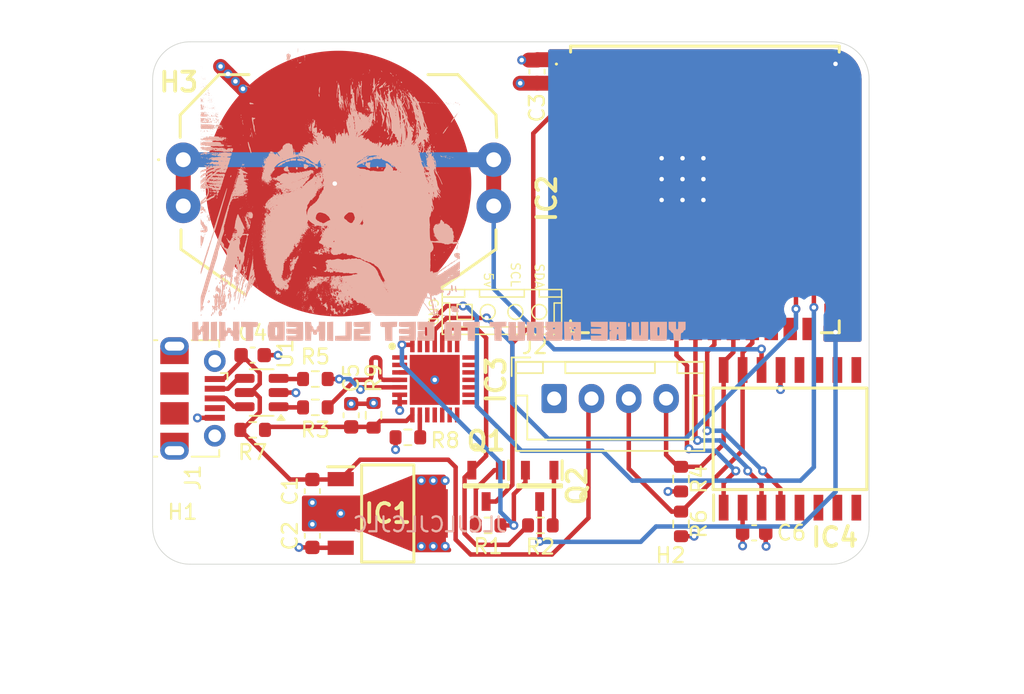
<source format=kicad_pcb>
(kicad_pcb (version 20241229) (generator "pcbnew") (generator_version "9.0")
  (layers (0 "F.Cu" signal) (4 "In1.Cu" signal) (6 "In2.Cu" signal) (2 "B.Cu" signal) (13 "F.Paste" user) (15 "B.Paste" user) (5 "F.SilkS" user "F.Silkscreen") (7 "B.SilkS" user "B.Silkscreen") (1 "F.Mask" user) (3 "B.Mask" user) (25 "Edge.Cuts" user))
  (net 0 "")
  (net 1 "VBUS")
  (net 2 "GND")
  (net 3 "+3.3V")
  (net 4 "Net-(IC3-VBUS)")
  (net 13 "/U0TXD")
  (net 17 "/32KHz")
  (net 21 "/U0RXD")
  (net 22 "/I2C1_SCL")
  (net 23 "/I2C1_SDA")
  (net 27 "/RST")
  (net 28 "/CHIP_PU")
  (net 36 "/INT")
  (net 41 "/PROG_D+")
  (net 44 "Net-(IC3-RTS)")
  (net 50 "Net-(IC3-DTR)")
  (net 57 "/PROG_D-")
  (net 58 "/RSTB")
  (net 77 "Net-(Q1-B)")
  (net 79 "/USB_D-")
  (net 80 "/USB_D+")
  (net 83 "Net-(Q2-B)")
  (net 84 "/BOOT")
  (net 85 "Net-(R3-Pad1)")
  (net 86 "Net-(R5-Pad2)")
  (net 87 "Net-(H3-+)")
  (footprint "SDM_MiscFootprint:ESP32S3WROOM1UN8R8" (layer "F.Cu") (at 137 109.89)
    (property "Reference" "IC2")
    (property "Value" "ESP32-S3-WROOM-1U-N8R8" (hide yes))
  )
  (footprint "Capacitor_SMD:C_0603_1608Metric" (layer "F.Cu") (at 106.7 120.993839 180)
    (property "Reference" "C4")
    (property "Value" "100nF")
  )
  (footprint "Package_TO_SOT_SMD:SOT-23-6" (layer "F.Cu") (at 107.3 123.5 180)
    (property "Reference" "U1")
    (property "Value" "USBLC6-2SC6")
  )
  (footprint "Resistor_SMD:R_0603_1608Metric" (layer "F.Cu") (at 135.4 129.3 -90)
    (property "Reference" "R4")
    (property "Value" "10k")
  )
  (footprint "Capacitor_SMD:C_0603_1608Metric" (layer "F.Cu") (at 113.3 125.025 90)
    (property "Reference" "C5")
    (property "Value" "1uF")
  )
  (footprint "Resistor_SMD:R_0603_1608Metric" (layer "F.Cu") (at 106.7 126 180)
    (property "Reference" "R7")
    (property "Value" "22.1K")
  )
  (footprint "Connector_USB:USB_Micro-B_Molex-105017-0001" (layer "F.Cu") (at 102.7 123.893839 -90)
    (property "Reference" "J1")
    (property "Value" "ESP_USB")
  )
  (footprint "Resistor_SMD:R_0603_1608Metric" (layer "F.Cu") (at 110.9 124.493839)
    (property "Reference" "R3")
    (property "Value" "27")
  )
  (footprint "Resistor_SMD:R_0603_1608Metric" (layer "F.Cu") (at 122.475 132.4)
    (property "Reference" "R1")
    (property "Value" "10k")
  )
  (footprint "Capacitor_SMD:C_0603_1608Metric" (layer "F.Cu") (at 110.7 130.1 90)
    (property "Reference" "C1")
    (property "Value" "10uF")
  )
  (footprint "SDM_MiscFootprint:SOT96P237X111-3N" (layer "F.Cu") (at 122.34 129.75 -90)
    (property "Reference" "Q1")
    (property "Value" "MMBT2222LT1G" (hide yes))
  )
  (footprint "Capacitor_SMD:C_0603_1608Metric" (layer "F.Cu") (at 125.75 102 -90)
    (property "Reference" "C3")
    (property "Value" "100nF")
  )
  (footprint "Resistor_SMD:R_0603_1608Metric" (layer "F.Cu") (at 135.4 132.3 90)
    (property "Reference" "R6")
    (property "Value" "10k")
  )
  (footprint "MountingHole:MountingHole_3.2mm_M3" (layer "F.Cu") (at 106.4 131.5)
    (property "Reference" "H1")
    (property "Value" "M3")
  )
  (footprint "Resistor_SMD:R_0603_1608Metric" (layer "F.Cu") (at 114.8 125.025 90)
    (property "Reference" "R9")
    (property "Value" "47.5K")
  )
  (footprint "Resistor_SMD:R_0603_1608Metric" (layer "F.Cu") (at 125.975 132.4 180)
    (property "Reference" "R2")
    (property "Value" "10k")
  )
  (footprint "Resistor_SMD:R_0603_1608Metric" (layer "F.Cu") (at 110.9 122.593839 180)
    (property "Reference" "R5")
    (property "Value" "27")
  )
  (footprint "SDM_MiscFootprint:SOT230P700X180-4N" (layer "F.Cu") (at 115.75 131.6)
    (property "Reference" "IC1")
    (property "Value" "MIC37100-3.3WS" (hide yes))
  )
  (footprint "SDM_MiscFootprint:SOIC127P1032X265-16L" (layer "F.Cu") (at 142.7 126.6 90)
    (property "Reference" "IC4")
    (property "Value" "DS3231SN#" (hide yes))
  )
  (footprint "Resistor_SMD:R_0603_1608Metric" (layer "F.Cu") (at 117.1 126.5 180)
    (property "Reference" "R8")
    (property "Value" "1k")
  )
  (footprint "Connector_JST:JST_XH_B4B-XH-A_1x04_P2.50mm_Vertical" (layer "F.Cu") (at 126.9 123.9)
    (property "Reference" "J2")
    (property "Value" "Conn_01x04_Socket")
  )
  (footprint "Capacitor_SMD:C_0603_1608Metric" (layer "F.Cu") (at 140.3 132.9 180)
    (property "Reference" "C6")
    (property "Value" "1uF")
  )
  (footprint "SDM_MiscFootprint:SOT96P237X111-3N" (layer "F.Cu") (at 125.93 129.75 -90)
    (property "Reference" "Q2")
    (property "Value" "MMBT2222LT1G" (hide yes))
  )
  (footprint "Capacitor_SMD:C_0603_1608Metric" (layer "F.Cu") (at 110.7 133.1 -90)
    (property "Reference" "C2")
    (property "Value" "10uF")
  )
  (footprint "SDM_MiscFootprint:QFN50P500X500X80-29N-D" (layer "F.Cu") (at 118.9 122.65)
    (property "Reference" "IC3")
    (property "Value" "CP2102N-A02-GQFN28" (hide yes))
  )
  (footprint "SDM_MiscFootprint:BATHLD001THM" (layer "F.Cu") (at 102.05 107.9)
    (property "Reference" "H3")
    (property "Value" "BAT-HLD-001-THM" (hide yes))
  )
  (footprint "MountingHole:MountingHole_3.2mm_M3" (layer "F.Cu") (at 131.2 131.5)
    (property "Reference" "H2")
    (property "Value" "M3")
  )
  (footprint "LOGO" (layer "B.Cu") (at 119.2 119.4 180)
    (property "Reference" "G***" (hide yes))
    (property "Value" "LOGO" (hide yes))
  )
  (footprint "LOGO" (layer "B.Cu") (at 111.9 109.4 180)
    (property "Reference" "G***" (hide yes))
    (property "Value" "LOGO" (hide yes))
  )
  (gr_circle (center 122.45 118.1) (end 122.45 118.6) (stroke (width 0.1)) (fill no) (layer "F.SilkS"))
  (gr_line (start 127.4 117.1) (end 125.9 117.1) (stroke (width 0.1)) (layer "F.SilkS"))
  (gr_line (start 119.9 119.1) (end 119.9 117.5) (stroke (width 0.1)) (layer "F.SilkS"))
  (gr_circle (center 124.3 118.1) (end 124.3 118.6) (stroke (width 0.1)) (fill no) (layer "F.SilkS"))
  (gr_line (start 126.9 117.5) (end 126.9 119.1) (stroke (width 0.1)) (layer "F.SilkS"))
  (gr_line (start 121.9 117.1) (end 124.9 117.1) (stroke (width 0.1)) (layer "F.SilkS"))
  (gr_line (start 124.9 116.6) (end 124.9 117.1) (stroke (width 0.1)) (layer "F.SilkS"))
  (gr_line (start 127.4 116.6) (end 127.4 119.6) (stroke (width 0.1)) (layer "F.SilkS"))
  (gr_line (start 119.4 117.1) (end 120.9 117.1) (stroke (width 0.1)) (layer "F.SilkS"))
  (gr_rect (start 120.4 117.6) (end 121.4 118.6) (stroke (width 0.1)) (fill no) (layer "F.SilkS"))
  (gr_line (start 120.9 117.1) (end 120.9 116.6) (stroke (width 0.1)) (layer "F.SilkS"))
  (gr_circle (center 125.9 118.1) (end 125.9 118.6) (stroke (width 0.1)) (fill no) (layer "F.SilkS"))
  (gr_line (start 120.4 119.1) (end 119.9 119.1) (stroke (width 0.1)) (layer "F.SilkS"))
  (gr_line (start 127.4 119.6) (end 119.4 119.6) (stroke (width 0.1)) (layer "F.SilkS"))
  (gr_line (start 125.9 117.1) (end 125.9 116.6) (stroke (width 0.1)) (layer "F.SilkS"))
  (gr_line (start 121.9 116.6) (end 121.9 117.1) (stroke (width 0.1)) (layer "F.SilkS"))
  (gr_line (start 126.9 119.1) (end 120.4 119.1) (stroke (width 0.1)) (layer "F.SilkS"))
  (gr_line (start 119.4 119.6) (end 119.4 116.6) (stroke (width 0.1)) (layer "F.SilkS"))
  (gr_line (start 127.4 117.5) (end 126.9 117.5) (stroke (width 0.1)) (layer "F.SilkS"))
  (gr_line (start 119.9 117.5) (end 119.4 117.5) (stroke (width 0.1)) (layer "F.SilkS"))
  (gr_line (start 119.4 116.6) (end 127.4 116.6) (stroke (width 0.1)) (layer "F.SilkS"))
  (gr_line (start 145.5 135) (end 102.5 135) (stroke (width 0.05)) (layer "Edge.Cuts"))
  (gr_arc (start 148 132.5) (mid 147.267767 134.267767) (end 145.5 135) (stroke (width 0.05)) (layer "Edge.Cuts"))
  (gr_line (start 100 132.5) (end 100 102.5) (stroke (width 0.05)) (layer "Edge.Cuts"))
  (gr_line (start 148 102.5) (end 148 132.5) (stroke (width 0.05)) (layer "Edge.Cuts"))
  (gr_arc (start 100 102.5) (mid 100.732233 100.732233) (end 102.5 100) (stroke (width 0.05)) (layer "Edge.Cuts"))
  (gr_line (start 102.5 100) (end 145.5 100) (stroke (width 0.05)) (layer "Edge.Cuts"))
  (gr_arc (start 145.5 100) (mid 147.267767 100.732233) (end 148 102.5) (stroke (width 0.05)) (layer "Edge.Cuts"))
  (gr_arc (start 102.5 135) (mid 100.732233 134.267767) (end 100 132.5) (stroke (width 0.05)) (layer "Edge.Cuts"))
  (gr_text "SCL" (at 124.3 115.6 270) (layer "F.SilkS") (effects (font (size 0.6 0.6) (thickness 0.08))))
  (gr_text "GND" (at 118.8 118.1 270) (layer "F.SilkS") (effects (font (size 0.6 0.6) (thickness 0.08))))
  (gr_text "5v" (at 122.5 115.4 270) (layer "F.SilkS") (effects (font (size 0.6 0.6) (thickness 0.08)) (justify left)))
  (gr_text "SDA" (at 125.9 114.8 270) (layer "F.SilkS") (effects (font (size 0.6 0.6) (thickness 0.08)) (justify left)))
  (gr_text "JLCJLCJLCJLC" (at 123.8 132.9225 -0) (layer "B.SilkS") (effects (font (size 1 1)) (justify left bottom mirror)))
  (segment (start 112.575 129.325) (end 112.6 129.3) (width 0.3) (layer "F.Cu") (net 1))
  (segment (start 120.3 133.349) (end 121.3 134.349) (width 0.3) (layer "F.Cu") (net 1))
  (segment (start 107.176 122.911678) (end 107.176 122.188322) (width 0.3) (layer "F.Cu") (net 1))
  (segment (start 105.925 121.412322) (end 104.743483 122.593839) (width 0.3) (layer "F.Cu") (net 1))
  (segment (start 105.981517 120.993839) (end 105.925 120.993839) (width 0.3) (layer "F.Cu") (net 1))
  (segment (start 109.2 129.325) (end 110.7 129.325) (width 0.3) (layer "F.Cu") (net 1))
  (segment (start 106.824999 123.5) (end 106.1625 123.5) (width 0.3) (layer "F.Cu") (net 1))
  (segment (start 107.176 122.188322) (end 105.981517 120.993839) (width 0.3) (layer "F.Cu") (net 1))
  (segment (start 120.3 128.5) (end 120.3 133.349) (width 0.3) (layer "F.Cu") (net 1))
  (segment (start 129.199 131.901) (end 129.199 124.101) (width 0.3) (layer "F.Cu") (net 1))
  (segment (start 105.987678 126) (end 107.176 124.811678) (width 0.3) (layer "F.Cu") (net 1))
  (segment (start 105.875 126) (end 109.2 129.325) (width 0.3) (layer "F.Cu") (net 1))
  (segment (start 105.925 121.093839) (end 105.987678 121.093839) (width 0.3) (layer "F.Cu") (net 1))
  (segment (start 106.1625 123.5) (end 106.587678 123.5) (width 0.3) (layer "F.Cu") (net 1))
  (segment (start 104.743483 122.593839) (end 104.1625 122.593839) (width 0.3) (layer "F.Cu") (net 1))
  (segment (start 105.925 121.093839) (end 105.925 121.306339) (width 0.3) (layer "F.Cu") (net 1))
  (segment (start 121.3 134.349) (end 126.751 134.349) (width 0.3) (layer "F.Cu") (net 1))
  (segment (start 107.176 124.811678) (end 107.176 123.851001) (width 0.3) (layer "F.Cu") (net 1))
  (segment (start 105.925 120.993839) (end 105.925 121.412322) (width 0.3) (layer "F.Cu") (net 1))
  (segment (start 119.8 128) (end 120.3 128.5) (width 0.3) (layer "F.Cu") (net 1))
  (segment (start 113.9 128) (end 119.8 128) (width 0.3) (layer "F.Cu") (net 1))
  (segment (start 110.7 129.325) (end 112.575 129.325) (width 0.3) (layer "F.Cu") (net 1))
  (segment (start 126.751 134.349) (end 129.199 131.901) (width 0.3) (layer "F.Cu") (net 1))
  (segment (start 107.176 123.851001) (end 106.824999 123.5) (width 0.3) (layer "F.Cu") (net 1))
  (segment (start 129.199 124.101) (end 129.4 123.9) (width 0.3) (layer "F.Cu") (net 1))
  (segment (start 112.6 129.3) (end 113.9 128) (width 0.3) (layer "F.Cu") (net 1))
  (segment (start 106.587678 123.5) (end 107.176 122.911678) (width 0.3) (layer "F.Cu") (net 1))
  (segment (start 105.875 126) (end 105.987678 126) (width 0.3) (layer "F.Cu") (net 1))
  (segment (start 134.1 109.2) (end 134.1 107.8) (width 1) (layer "F.Cu") (net 2))
  (segment (start 106.05 103.15) (end 105.55 102.65) (width 1) (layer "F.Cu") (net 2))
  (segment (start 125.75 101.225) (end 125.2 101.225) (width 1) (layer "F.Cu") (net 2))
  (segment (start 125.775 101.2) (end 127.97 101.2) (width 1) (layer "F.Cu") (net 2))
  (segment (start 114.75 124.25) (end 114.8 124.2) (width 0.3) (layer "F.Cu") (net 2))
  (segment (start 134.1 109.2) (end 135.5 109.2) (width 1) (layer "F.Cu") (net 2))
  (segment (start 113.3 124.25) (end 114.75 124.25) (width 0.3) (layer "F.Cu") (net 2))
  (segment (start 134.1 107.8) (end 135.5 107.8) (width 1) (layer "F.Cu") (net 2))
  (segment (start 105.55 102.65) (end 105.05 102.15) (width 1) (layer "F.Cu") (net 2))
  (segment (start 127.97 101.2) (end 128.25 101.48) (width 1) (layer "F.Cu") (net 2))
  (segment (start 116.55 122.15) (end 118.4 122.15) (width 0.3) (layer "F.Cu") (net 2))
  (segment (start 108.4375 123.5) (end 109.579668 123.5) (width 0.3) (layer "F.Cu") (net 2))
  (segment (start 141.075 132.9) (end 141.075 133.775) (width 0.3) (layer "F.Cu") (net 2))
  (segment (start 136.9 110.6) (end 135.5 110.6) (width 1) (layer "F.Cu") (net 2))
  (segment (start 106.05 103.15) (end 112.4 109.5) (width 1) (layer "F.Cu") (net 2))
  (segment (start 141.075 133.775) (end 141.1 133.8) (width 0.3) (layer "F.Cu") (net 2))
  (segment (start 135.5 107.8) (end 136.9 107.8) (width 1) (layer "F.Cu") (net 2))
  (segment (start 110.7 130.875) (end 111.875 130.875) (width 0.3) (layer "F.Cu") (net 2))
  (segment (start 104.1625 125.193839) (end 103.006161 125.193839) (width 0.3) (layer "F.Cu") (net 2))
  (segment (start 110.7 132.325) (end 110.7 130.875) (width 0.3) (layer "F.Cu") (net 2))
  (segment (start 103.006161 125.193839) (end 103 125.2) (width 0.3) (layer "F.Cu") (net 2))
  (segment (start 104.55 101.65) (end 105.05 102.15) (width 1) (layer "F.Cu") (net 2))
  (segment (start 109.579668 123.5) (end 109.59374 123.514072) (width 0.3) (layer "F.Cu") (net 2))
  (segment (start 118.4 122.15) (end 118.9 122.65) (width 0.3) (layer "F.Cu") (net 2))
  (segment (start 135.5 109.2) (end 135.5 110.6) (width 1) (layer "F.Cu") (net 2))
  (segment (start 107.475 120.993839) (end 108.393839 120.993839) (width 0.3) (layer "F.Cu") (net 2))
  (segment (start 135.5 109.2) (end 135.5 107.8) (width 1) (layer "F.Cu") (net 2))
  (segment (start 112.4 109.5) (end 112.45 109.5) (width 1) (layer "F.Cu") (net 2))
  (segment (start 136.9 107.8) (end 136.9 109.2) (width 1) (layer "F.Cu") (net 2))
  (segment (start 125.75 101.225) (end 125.775 101.2) (width 1) (layer "F.Cu") (net 2))
  (segment (start 136.9 109.2) (end 136.9 110.6) (width 1) (layer "F.Cu") (net 2))
  (segment (start 111.875 132.325) (end 112.6 131.6) (width 0.3) (layer "F.Cu") (net 2))
  (segment (start 111.875 130.875) (end 112.6 131.6) (width 0.3) (layer "F.Cu") (net 2))
  (segment (start 135.5 110.6) (end 134.1 110.6) (width 1) (layer "F.Cu") (net 2))
  (segment (start 108.393839 120.993839) (end 108.4 121) (width 0.3) (layer "F.Cu") (net 2))
  (segment (start 110.7 132.325) (end 111.875 132.325) (width 0.3) (layer "F.Cu") (net 2))
  (segment (start 134.1 110.6) (end 134.1 109.2) (width 1) (layer "F.Cu") (net 2))
  (segment (start 142.065 121.988) (end 142.065 123.3) (width 0.3) (layer "F.Cu") (net 2))
  (segment (start 135.5 109.2) (end 136.9 109.2) (width 1) (layer "F.Cu") (net 2))
  (via (at 106.05 103.15) (size 0.6) (drill 0.3) (layers "F.Cu" "B.Cu") (net 2))
  (via (at 118 129.4) (size 0.6) (drill 0.3) (layers "F.Cu" "B.Cu") (net 2))
  (via (at 134.1 109.2) (size 0.6) (drill 0.3) (layers "F.Cu" "B.Cu") (net 2))
  (via (at 118 133.8) (size 0.6) (drill 0.3) (layers "F.Cu" "B.Cu") (net 2))
  (via (at 112.2 109.5) (size 0.6) (drill 0.3) (layers "F.Cu" "B.Cu") (net 2))
  (via (at 145.75 101.48) (size 0.6) (drill 0.3) (layers "F.Cu" "B.Cu") (net 2))
  (via (at 119.6 133.8) (size 0.6) (drill 0.3) (layers "F.Cu" "B.Cu") (net 2))
  (via (at 103 125.2) (size 0.6) (drill 0.3) (layers "F.Cu" "B.Cu") (net 2))
  (via (at 134.1 110.6) (size 0.6) (drill 0.3) (layers "F.Cu" "B.Cu") (net 2))
  (via (at 135.5 110.6) (size 0.6) (drill 0.3) (layers "F.Cu" "B.Cu") (net 2))
  (via (at 134.1 107.8) (size 0.6) (drill 0.3) (layers "F.Cu" "B.Cu") (net 2))
  (via (at 142.065 123.3) (size 0.6) (drill 0.3) (layers "F.Cu" "B.Cu") (net 2))
  (via (at 110.7 130.875) (size 0.6) (drill 0.3) (layers "F.Cu" "B.Cu") (net 2))
  (via (at 136.9 109.2) (size 0.6) (drill 0.3) (layers "F.Cu" "B.Cu") (net 2))
  (via (at 105.05 102.15) (size 0.6) (drill 0.3) (layers "F.Cu" "B.Cu") (net 2))
  (via (at 135.5 109.2) (size 0.6) (drill 0.3) (layers "F.Cu" "B.Cu") (net 2))
  (via (at 108.4 121) (size 0.6) (drill 0.3) (layers "F.Cu" "B.Cu") (net 2))
  (via (at 105.55 102.65) (size 0.6) (drill 0.3) (layers "F.Cu" "B.Cu") (net 2))
  (via (at 135.5 107.8) (size 0.6) (drill 0.3) (layers "F.Cu" "B.Cu") (net 2))
  (via (at 119.6 129.4) (size 0.6) (drill 0.3) (layers "F.Cu" "B.Cu") (net 2))
  (via (at 110.7 132.325) (size 0.6) (drill 0.3) (layers "F.Cu" "B.Cu") (net 2))
  (via (at 104.55 101.65) (size 0.6) (drill 0.3) (layers "F.Cu" "B.Cu") (net 2))
  (via (at 112.6 131.6) (size 0.6) (drill 0.3) (layers "F.Cu" "B.Cu") (net 2))
  (via (at 136.9 110.6) (size 0.6) (drill 0.3) (layers "F.Cu" "B.Cu") (net 2))
  (via (at 136.9 107.8) (size 0.6) (drill 0.3) (layers "F.Cu" "B.Cu") (net 2))
  (via (at 118.8 133.8) (size 0.6) (drill 0.3) (layers "F.Cu" "B.Cu") (net 2))
  (via (at 118.9 122.65) (size 0.6) (drill 0.3) (layers "F.Cu" "B.Cu") (net 2))
  (via (at 113.3 124.25) (size 0.6) (drill 0.3) (layers "F.Cu" "B.Cu") (net 2))
  (via (at 124.725 101.225) (size 0.6) (drill 0.3) (layers "F.Cu" "B.Cu") (net 2))
  (via (at 114.8 124.2) (size 0.6) (drill 0.3) (layers "F.Cu" "B.Cu") (net 2))
  (via (at 118.8 129.4) (size 0.6) (drill 0.3) (layers "F.Cu" "B.Cu") (net 2))
  (via (at 109.59374 123.514072) (size 0.6) (drill 0.3) (layers "F.Cu" "B.Cu") (net 2))
  (via (at 141.1 133.8) (size 0.6) (drill 0.3) (layers "F.Cu" "B.Cu") (net 2))
  (segment (start 125.75 102.775) (end 124.625 102.775) (width 1) (layer "F.Cu") (net 3))
  (segment (start 116.55 123.65) (end 116.55 124.15) (width 0.3) (layer "F.Cu") (net 3))
  (segment (start 110.725 133.9) (end 110.7 133.875) (width 0.3) (layer "F.Cu") (net 3))
  (segment (start 112.6 133.9) (end 110.725 133.9) (width 0.3) (layer "F.Cu") (net 3))
  (segment (start 139.525 132.9) (end 139.525 133.775) (width 0.3) (layer "F.Cu") (net 3))
  (segment (start 135.4 130.125) (end 134.525 130.125) (width 0.3) (layer "F.Cu") (net 3))
  (segment (start 116.275 126.5) (end 116.275 127.325) (width 0.3) (layer "F.Cu") (net 3))
  (segment (start 139.525 131.212) (end 139.525 132.9) (width 0.3) (layer "F.Cu") (net 3))
  (segment (start 110.7 133.875) (end 109.8 133.875) (width 0.3) (layer "F.Cu") (net 3))
  (segment (start 116.55 124.7) (end 116.55 124.15) (width 0.3) (layer "F.Cu") (net 3))
  (segment (start 135.4 133.125) (end 136.275 133.125) (width 0.3) (layer "F.Cu") (net 3))
  (segment (start 125.75 102.775) (end 128.225 102.775) (width 1) (layer "F.Cu") (net 3))
  (segment (start 128.225 102.775) (end 128.25 102.75) (width 1) (layer "F.Cu") (net 3))
  (via (at 109.8 133.875) (size 0.6) (drill 0.3) (layers "F.Cu" "B.Cu") (net 3))
  (via (at 139.525 133.775) (size 0.6) (drill 0.3) (layers "F.Cu" "B.Cu") (net 3))
  (via (at 134.525 130.125) (size 0.6) (drill 0.3) (layers "F.Cu" "B.Cu") (net 3))
  (via (at 136.275 133.125) (size 0.6) (drill 0.3) (layers "F.Cu" "B.Cu") (net 3))
  (via (at 116.55 124.7) (size 0.6) (drill 0.3) (layers "F.Cu" "B.Cu") (net 3))
  (via (at 124.625 102.775) (size 0.6) (drill 0.3) (layers "F.Cu" "B.Cu") (net 3))
  (via (at 116.275 127.325) (size 0.6) (drill 0.3) (layers "F.Cu" "B.Cu") (net 3))
  (segment (start 117 125.4) (end 117.4 125) (width 0.3) (layer "F.Cu") (net 4))
  (segment (start 113.3 125.8) (end 114.75 125.8) (width 0.3) (layer "F.Cu") (net 4))
  (segment (start 115.25 125.4) (end 117 125.4) (width 0.3) (layer "F.Cu") (net 4))
  (segment (start 107.725 125.8) (end 113.3 125.8) (width 0.3) (layer "F.Cu") (net 4))
  (segment (start 114.75 125.8) (end 114.8 125.85) (width 0.3) (layer "F.Cu") (net 4))
  (segment (start 114.8 125.85) (end 115.25 125.4) (width 0.3) (layer "F.Cu") (net 4))
  (segment (start 107.525 126) (end 107.725 125.8) (width 0.3) (layer "F.Cu") (net 4))
  (segment (start 143.1 106.89) (end 144.7 105.29) (width 0.3) (layer "F.Cu") (net 13))
  (segment (start 143.1 117.9) (end 143.1 106.89) (width 0.3) (layer "F.Cu") (net 13))
  (segment (start 118.9 120.3) (end 118.9 119.3) (width 0.3) (layer "F.Cu") (net 13))
  (segment (start 144.7 105.29) (end 145.75 105.29) (width 0.3) (layer "F.Cu") (net 13))
  (segment (start 119.7 118.5) (end 122.37 118.5) (width 0.3) (layer "F.Cu") (net 13))
  (segment (start 118.9 119.3) (end 119.7 118.5) (width 0.3) (layer "F.Cu") (net 13))
  (via (at 143.1 117.9) (size 0.6) (drill 0.3) (layers "F.Cu" "B.Cu") (net 13))
  (via (at 122.37 118.5) (size 0.6) (drill 0.3) (layers "F.Cu" "B.Cu") (net 13))
  (segment (start 124.1 120.23) (end 122.37 118.5) (width 0.3) (layer "B.Cu") (net 13))
  (segment (start 143.1 117.9) (end 143.1 119.189998) (width 0.3) (layer "B.Cu") (net 13))
  (segment (start 124.1 124.2) (end 124.1 120.23) (width 0.3) (layer "B.Cu") (net 13))
  (segment (start 143.1 119.189998) (end 135.689998 126.6) (width 0.3) (layer "B.Cu") (net 13))
  (segment (start 126.5 126.6) (end 124.1 124.2) (width 0.3) (layer "B.Cu") (net 13))
  (segment (start 135.689998 126.6) (end 126.5 126.6) (width 0.3) (layer "B.Cu") (net 13))
  (segment (start 138.255 129.564238) (end 139.069238 128.75) (width 0.3) (layer "F.Cu") (net 17))
  (segment (start 135.095 120.995) (end 135.095 119.24) (width 0.3) (layer "F.Cu") (net 17))
  (segment (start 135.930859 127.230859) (end 135.8 127.1) (width 0.3) (layer "F.Cu") (net 17))
  (segment (start 135.8 127.1) (end 135.8 121.7) (width 0.3) (layer "F.Cu") (net 17))
  (segment (start 135.8 121.7) (end 135.095 120.995) (width 0.3) (layer "F.Cu") (net 17))
  (segment (start 138.255 131.212) (end 138.255 129.564238) (width 0.3) (layer "F.Cu") (net 17))
  (segment (start 135.930859 127.268821) (end 135.930859 127.230859) (width 0.3) (layer "F.Cu") (net 17))
  (via (at 135.930859 127.268821) (size 0.6) (drill 0.3) (layers "F.Cu" "B.Cu") (net 17))
  (via (at 139.069238 128.75) (size 0.6) (drill 0.3) (layers "F.Cu" "B.Cu") (net 17))
  (segment (start 136.062038 127.4) (end 137.7 127.4) (width 0.3) (layer "B.Cu") (net 17))
  (segment (start 135.930859 127.268821) (end 136.062038 127.4) (width 0.3) (layer "B.Cu") (net 17))
  (segment (start 137.7 127.4) (end 139.05 128.75) (width 0.3) (layer "B.Cu") (net 17))
  (segment (start 139.05 128.75) (end 139.069238 128.75) (width 0.3) (layer "B.Cu") (net 17))
  (segment (start 119.700003 117.699997) (end 118.4 119) (width 0.3) (layer "F.Cu") (net 21))
  (segment (start 145.118 106.56) (end 145.75 106.56) (width 0.3) (layer "F.Cu") (net 21))
  (segment (start 144.3 117.8) (end 144.3 107.378) (width 0.3) (layer "F.Cu") (net 21))
  (segment (start 120.8 117.699997) (end 119.700003 117.699997) (width 0.3) (layer "F.Cu") (net 21))
  (segment (start 118.4 119) (end 118.4 120.3) (width 0.3) (layer "F.Cu") (net 21))
  (segment (start 144.3 107.378) (end 145.118 106.56) (width 0.3) (layer "F.Cu") (net 21))
  (via (at 144.3 117.8) (size 0.6) (drill 0.3) (layers "F.Cu" "B.Cu") (net 21))
  (via (at 120.8 117.699997) (size 0.6) (drill 0.3) (layers "F.Cu" "B.Cu") (net 21))
  (segment (start 124.7 127.4) (end 130.129841 127.4) (width 0.3) (layer "B.Cu") (net 21))
  (segment (start 120.8 117.699997) (end 120.999997 117.699997) (width 0.3) (layer "B.Cu") (net 21))
  (segment (start 121.719 118.419) (end 121.719 124.419) (width 0.3) (layer "B.Cu") (net 21))
  (segment (start 121.719 124.419) (end 124.7 127.4) (width 0.3) (layer "B.Cu") (net 21))
  (segment (start 132.129841 129.4) (end 143.4 129.4) (width 0.3) (layer "B.Cu") (net 21))
  (segment (start 144.3 128.5) (end 144.3 117.8) (width 0.3) (layer "B.Cu") (net 21))
  (segment (start 130.129841 127.4) (end 132.129841 129.4) (width 0.3) (layer "B.Cu") (net 21))
  (segment (start 120.999997 117.699997) (end 121.719 118.419) (width 0.3) (layer "B.Cu") (net 21))
  (segment (start 143.4 129.4) (end 144.3 128.5) (width 0.3) (layer "B.Cu") (net 21))
  (segment (start 139.525 121.988) (end 139.525 120.8255) (width 0.3) (layer "F.Cu") (net 22))
  (segment (start 139.525 120.8255) (end 140.175 120.1755) (width 0.3) (layer "F.Cu") (net 22))
  (segment (start 135.4 131.475) (end 134.775 131.475) (width 0.3) (layer "F.Cu") (net 22))
  (segment (start 134.775 131.475) (end 131.9 128.6) (width 0.3) (layer "F.Cu") (net 22))
  (segment (start 131.9 128.6) (end 131.9 123.9) (width 0.3) (layer "F.Cu") (net 22))
  (segment (start 140.175 120.1755) (end 140.175 119.24) (width 0.3) (layer "F.Cu") (net 22))
  (segment (start 135.425 131.475) (end 139.525 127.375) (width 0.3) (layer "F.Cu") (net 22))
  (segment (start 139.525 127.375) (end 139.525 121.988) (width 0.3) (layer "F.Cu") (net 22))
  (segment (start 135.4 131.475) (end 135.425 131.475) (width 0.3) (layer "F.Cu") (net 22))
  (segment (start 138.905 120.8005) (end 138.905 119.24) (width 0.3) (layer "F.Cu") (net 23))
  (segment (start 135.4 128.475) (end 135.2 128.475) (width 0.3) (layer "F.Cu") (net 23))
  (segment (start 135.2 128.475) (end 134.4 127.675) (width 0.3) (layer "F.Cu") (net 23))
  (segment (start 138.255 126.945) (end 138.255 121.988) (width 0.3) (layer "F.Cu") (net 23))
  (segment (start 138.255 121.4505) (end 138.905 120.8005) (width 0.3) (layer "F.Cu") (net 23))
  (segment (start 136.725 128.475) (end 138.255 126.945) (width 0.3) (layer "F.Cu") (net 23))
  (segment (start 134.4 123.9) (end 134.4 127.675) (width 0.3) (layer "F.Cu") (net 23))
  (segment (start 135.4 128.475) (end 136.725 128.475) (width 0.3) (layer "F.Cu") (net 23))
  (segment (start 138.255 121.988) (end 138.255 121.4505) (width 0.3) (layer "F.Cu") (net 23))
  (segment (start 142.065 131.212) (end 142.065 129.945759) (width 0.3) (layer "F.Cu") (net 27))
  (segment (start 142.065 129.945759) (end 140.869241 128.75) (width 0.3) (layer "F.Cu") (net 27))
  (segment (start 137.151303 126.057934) (end 137.151303 120.773697) (width 0.3) (layer "F.Cu") (net 27))
  (segment (start 137.635 120.29) (end 137.635 119.24) (width 0.3) (layer "F.Cu") (net 27))
  (segment (start 137.151303 120.773697) (end 137.635 120.29) (width 0.3) (layer "F.Cu") (net 27))
  (via (at 140.869241 128.75) (size 0.6) (drill 0.3) (layers "F.Cu" "B.Cu") (net 27))
  (via (at 137.151303 126.057934) (size 0.6) (drill 0.3) (layers "F.Cu" "B.Cu") (net 27))
  (segment (start 138.177175 126.057934) (end 137.151303 126.057934) (width 0.3) (layer "B.Cu") (net 27))
  (segment (start 140.869241 128.75) (end 138.177175 126.057934) (width 0.3) (layer "B.Cu") (net 27))
  (segment (start 123 130.8) (end 123.699 130.101) (width 0.3) (layer "F.Cu") (net 28))
  (segment (start 124.1 129.69148) (end 124.1 120.2) (width 0.3) (layer "F.Cu") (net 28))
  (segment (start 122.34 130.8) (end 122.401 130.861) (width 0.3) (layer "F.Cu") (net 28))
  (segment (start 125.5 118.8) (end 125.5 106.138) (width 0.3) (layer "F.Cu") (net 28))
  (segment (start 123.699 130.101) (end 123.699 130.092479) (width 0.3) (layer "F.Cu") (net 28))
  (segment (start 127.618 104.02) (end 128.25 104.02) (width 0.3) (layer "F.Cu") (net 28))
  (segment (start 125.5 106.138) (end 127.618 104.02) (width 0.3) (layer "F.Cu") (net 28))
  (segment (start 124.1 120.2) (end 125.5 118.8) (width 0.3) (layer "F.Cu") (net 28))
  (segment (start 123.699 130.092479) (end 124.1 129.69148) (width 0.3) (layer "F.Cu") (net 28))
  (segment (start 122.34 130.8) (end 123 130.8) (width 0.3) (layer "F.Cu") (net 28))
  (segment (start 136.365 126.571628) (end 136.365 119.24) (width 0.3) (layer "F.Cu") (net 36))
  (segment (start 136.501305 126.707933) (end 136.365 126.571628) (width 0.3) (layer "F.Cu") (net 36))
  (segment (start 140.795 131.212) (end 140.795 129.675759) (width 0.3) (layer "F.Cu") (net 36))
  (segment (start 140.795 129.675759) (end 139.869241 128.75) (width 0.3) (layer "F.Cu") (net 36))
  (via (at 136.501305 126.707933) (size 0.6) (drill 0.3) (layers "F.Cu" "B.Cu") (net 36))
  (via (at 139.869241 128.75) (size 0.6) (drill 0.3) (layers "F.Cu" "B.Cu") (net 36))
  (segment (start 139.869241 128.75) (end 139.869241 128.569241) (width 0.3) (layer "B.Cu") (net 36))
  (segment (start 139.869241 128.569241) (end 138.007933 126.707933) (width 0.3) (layer "B.Cu") (net 36))
  (segment (start 138.007933 126.707933) (end 136.501305 126.707933) (width 0.3) (layer "B.Cu") (net 36))
  (segment (start 112.647034 123.571805) (end 111.725 124.493839) (width 0.3) (layer "F.Cu") (net 41))
  (segment (start 112.649599 123.569238) (end 112.647034 123.571805) (width 0.3) (layer "F.Cu") (net 41))
  (segment (start 113.568839 122.65) (end 112.649599 123.569238) (width 0.3) (layer "F.Cu") (net 41))
  (segment (start 114.410912 122.65) (end 114.290912 122.65) (width 0.3) (layer "F.Cu") (net 41))
  (segment (start 115.250912 122.41) (end 115.250912 121.39) (width 0.3) (layer "F.Cu") (net 41))
  (segment (start 115.010912 121.15) (end 114.890912 121.15) (width 0.3) (layer "F.Cu") (net 41))
  (segment (start 116.55 122.65) (end 115.490912 122.65) (width 0.3) (layer "F.Cu") (net 41))
  (segment (start 114.650912 121.39) (end 114.650912 122.41) (width 0.3) (layer "F.Cu") (net 41))
  (segment (start 114.290912 122.65) (end 113.568839 122.65) (width 0.3) (layer "F.Cu") (net 41))
  (arc (start 114.890912 121.15) (mid 114.721206 121.220294) (end 114.650912 121.39) (width 0.3) (layer "F.Cu") (net 41))
  (arc (start 115.490912 122.65) (mid 115.321206 122.579706) (end 115.250912 122.41) (width 0.3) (layer "F.Cu") (net 41))
  (arc (start 114.650912 122.41) (mid 114.580618 122.579706) (end 114.410912 122.65) (width 0.3) (layer "F.Cu") (net 41))
  (arc (start 115.250912 121.39) (mid 115.180618 121.220294) (end 115.010912 121.15) (width 0.3) (layer "F.Cu") (net 41))
  (segment (start 120.899 129.186) (end 120.899 132.947) (width 0.3) (layer "F.Cu") (net 44))
  (segment (start 121.7 119.2) (end 119.8 119.2) (width 0.3) (layer "F.Cu") (net 44))
  (segment (start 121.652 133.7) (end 123.85 133.7) (width 0.3) (layer "F.Cu") (net 44))
  (segment (start 122.34 127.745) (end 122.34 119.84) (width 0.3) (layer "F.Cu") (net 44))
  (segment (start 121.385 128.7) (end 122.34 127.745) (width 0.3) (layer "F.Cu") (net 44))
  (segment (start 120.899 132.947) (end 121.652 133.7) (width 0.3) (layer "F.Cu") (net 44))
  (segment (start 119.4 120.3) (end 119.4 119.6) (width 0.3) (layer "F.Cu") (net 44))
  (segment (start 121.385 128.7) (end 120.899 129.186) (width 0.3) (layer "F.Cu") (net 44))
  (segment (start 123.85 133.7) (end 125.15 132.4) (width 0.3) (layer "F.Cu") (net 44))
  (segment (start 122.34 119.84) (end 121.7 119.2) (width 0.3) (layer "F.Cu") (net 44))
  (segment (start 119.4 119.6) (end 119.8 119.2) (width 0.3) (layer "F.Cu") (net 44))
  (segment (start 117.4 120.3) (end 116.7 120.3) (width 0.3) (layer "F.Cu") (net 50))
  (segment (start 124.2 132.4) (end 124.2 130.3) (width 0.3) (layer "F.Cu") (net 50))
  (segment (start 124.2 130.3) (end 124.975 129.525) (width 0.3) (layer "F.Cu") (net 50))
  (segment (start 123.3 132.4) (end 124.2 132.4) (width 0.3) (layer "F.Cu") (net 50))
  (segment (start 124.975 129.525) (end 124.975 128.7) (width 0.3) (layer "F.Cu") (net 50))
  (via (at 116.7 120.3) (size 0.6) (drill 0.3) (layers "F.Cu" "B.Cu") (net 50))
  (via (at 124.2 132.4) (size 0.6) (drill 0.3) (layers "F.Cu" "B.Cu") (net 50))
  (segment (start 124.2 132.4) (end 123.3 131.5) (width 0.3) (layer "B.Cu") (net 50))
  (segment (start 123.3 131.5) (end 123.3 128.2) (width 0.3) (layer "B.Cu") (net 50))
  (segment (start 116.7 121.6) (end 116.7 120.3) (width 0.3) (layer "B.Cu") (net 50))
  (segment (start 123.3 128.2) (end 116.7 121.6) (width 0.3) (layer "B.Cu") (net 50))
  (segment (start 111.725 122.593839) (end 112.493839 122.593839) (width 0.3) (layer "F.Cu") (net 57))
  (segment (start 112.493839 122.593839) (end 112.5 122.6) (width 0.3) (layer "F.Cu") (net 57))
  (segment (start 116.55 123.15) (end 114.069039 123.15) (width 0.3) (layer "F.Cu") (net 57))
  (segment (start 114.069039 123.15) (end 113.919039 123.3) (width 0.3) (layer "F.Cu") (net 57))
  (via (at 112.5 122.6) (size 0.6) (drill 0.3) (layers "F.Cu" "B.Cu") (net 57))
  (via (at 113.919039 123.3) (size 0.6) (drill 0.3) (layers "F.Cu" "B.Cu") (net 57))
  (segment (start 113.219039 122.6) (end 113.919039 123.3) (width 0.3) (layer "B.Cu") (net 57))
  (segment (start 112.5 122.6) (end 113.219039 122.6) (width 0.3) (layer "B.Cu") (net 57))
  (segment (start 117.9 126.475) (end 117.925 126.5) (width 0.3) (layer "F.Cu") (net 58))
  (segment (start 117.9 125) (end 117.9 126.475) (width 0.3) (layer "F.Cu") (net 58))
  (segment (start 123.295 128.7) (end 122.9 128.7) (width 0.3) (layer "F.Cu") (net 77))
  (segment (start 122.9 128.7) (end 121.65 129.95) (width 0.3) (layer "F.Cu") (net 77))
  (segment (start 121.65 129.95) (end 121.65 132.4) (width 0.3) (layer "F.Cu") (net 77))
  (segment (start 105.043483 123.243839) (end 105.737322 122.55) (width 0.3) (layer "F.Cu") (net 79))
  (segment (start 105.737322 122.65) (end 106.1625 122.65) (width 0.3) (layer "F.Cu") (net 79))
  (segment (start 104.1625 123.243839) (end 105.043483 123.243839) (width 0.3) (layer "F.Cu") (net 79))
  (segment (start 105.737322 122.55) (end 106.1625 122.55) (width 0.3) (layer "F.Cu") (net 79))
  (segment (start 104.893839 123.893839) (end 105.45 124.45) (width 0.3) (layer "F.Cu") (net 80))
  (segment (start 105.45 124.45) (end 106.1625 124.45) (width 0.3) (layer "F.Cu") (net 80))
  (segment (start 104.1625 123.893839) (end 104.893839 123.893839) (width 0.3) (layer "F.Cu") (net 80))
  (segment (start 126.885 128.7) (end 126.885 132.315) (width 0.3) (layer "F.Cu") (net 83))
  (segment (start 126.885 132.315) (end 126.8 132.4) (width 0.3) (layer "F.Cu") (net 83))
  (segment (start 145.75 117.99) (end 145.75 119.45) (width 0.3) (layer "F.Cu") (net 84))
  (segment (start 125.93 130.8) (end 125.93 133.47) (width 0.3) (layer "F.Cu") (net 84))
  (via (at 125.93 133.47) (size 0.6) (drill 0.3) (layers "F.Cu" "B.Cu") (net 84))
  (via (at 145.75 119.45) (size 0.6) (drill 0.3) (layers "F.Cu" "B.Cu") (net 84))
  (segment (start 145.75 119.45) (end 145.75 130.15) (width 0.3) (layer "B.Cu") (net 84))
  (segment (start 125.961 133.501) (end 125.93 133.47) (width 0.3) (layer "B.Cu") (net 84))
  (segment (start 145.75 130.15) (end 143.426 132.474) (width 0.3) (layer "B.Cu") (net 84))
  (segment (start 133.726 132.474) (end 132.699 133.501) (width 0.3) (layer "B.Cu") (net 84))
  (segment (start 132.699 133.501) (end 125.961 133.501) (width 0.3) (layer "B.Cu") (net 84))
  (segment (start 143.426 132.474) (end 133.726 132.474) (width 0.3) (layer "B.Cu") (net 84))
  (segment (start 108.4875 124.493839) (end 108.4375 124.543839) (width 0.3) (layer "F.Cu") (net 85))
  (segment (start 110.075 124.493839) (end 108.4875 124.493839) (width 0.3) (layer "F.Cu") (net 85))
  (segment (start 108.4875 122.593839) (end 108.4375 122.643839) (width 0.3) (layer "F.Cu") (net 86))
  (segment (start 110.075 122.593839) (end 108.4875 122.593839) (width 0.3) (layer "F.Cu") (net 86))
  (segment (start 140.795 121.988) (end 140.795 120.595) (width 0.3) (layer "F.Cu") (net 87))
  (segment (start 102.05 107.9) (end 102.05 111) (width 1) (layer "F.Cu") (net 87))
  (segment (start 140.795 120.595) (end 140.785379 120.585379) (width 0.3) (layer "F.Cu") (net 87))
  (segment (start 122.85 111) (end 122.85 107.9) (width 1) (layer "F.Cu") (net 87))
  (via (at 140.785379 120.585379) (size 0.6) (drill 0.3) (layers "F.Cu" "B.Cu") (net 87))
  (segment (start 102.05 107.9) (end 122.85 107.9) (width 1) (layer "B.Cu") (net 87))
  (segment (start 126.9 120.6) (end 122.85 116.55) (width 0.3) (layer "B.Cu") (net 87))
  (segment (start 122.85 116.55) (end 122.85 111.2) (width 0.3) (layer "B.Cu") (net 87))
  (segment (start 140.770758 120.6) (end 126.9 120.6) (width 0.3) (layer "B.Cu") (net 87))
  (segment (start 140.785379 120.585379) (end 140.770758 120.6) (width 0.3) (layer "B.Cu") (net 87))
  (zone (net 2) (net_name "GND") (layer "F.Cu") (priority 2) (connect_pads yes (clearance 0.5)) (min_thickness 0.25) (fill yes (thermal_gap 0.5) (thermal_bridge_width 0.5))
    (polygon (pts (xy 110 130.4) (xy 114 130.4) (xy 117.5 129) (xy 120 129) (xy 120 134.2) (xy 117.5 134.2) (xy 114 132.8) (xy 110 132.8)))
  )
  (zone (net 2) (net_name "GND") (layers "F.Cu" "B.Cu" "In1.Cu" "In2.Cu") (priority 5) (connect_pads yes (clearance 0.5)) (min_thickness 0.25) (fill yes (thermal_gap 0.5) (thermal_bridge_width 0.5))
    (polygon (pts (xy 126.5 98.8) (xy 126.5 120.1) (xy 147.5 120.1) (xy 147.5 98.8)))
  )
)
</source>
